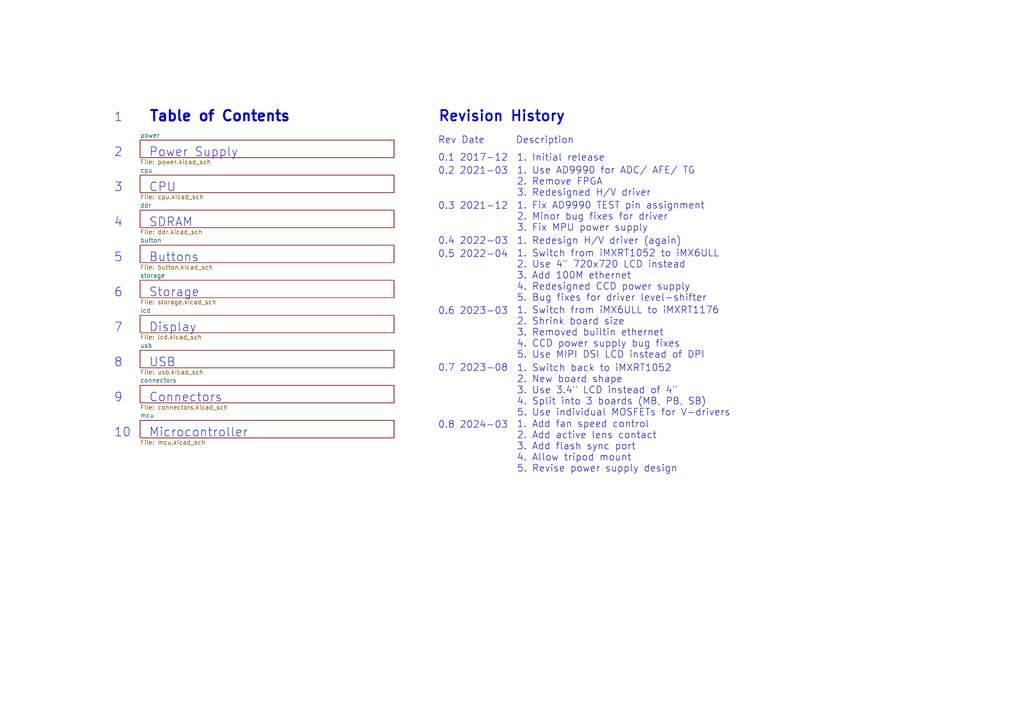
<source format=kicad_sch>
(kicad_sch
	(version 20231120)
	(generator "eeschema")
	(generator_version "8.0")
	(uuid "ba41827b-f176-424d-b6d5-0b0e1ddda097")
	(paper "A4")
	(title_block
		(title "Sitina 1 Mainboard")
		(date "2023-03-16")
		(rev "R0.6")
		(company "Copyright 2023 Wenting Zhang")
		(comment 2 "MERCHANTABILITY, SATISFACTORY QUALITY AND FITNESS FOR A PARTICULAR PURPOSE.")
		(comment 3 "This source is distributed WITHOUT ANY EXPRESS OR IMPLIED WARRANTY, INCLUDING OF")
		(comment 4 "This source describes Open Hardware and is licensed under the CERN-OHL-P v2.")
	)
	(lib_symbols)
	(text "9"
		(exclude_from_sim no)
		(at 33.02 116.84 0)
		(effects
			(font
				(size 2.54 2.54)
			)
			(justify left bottom)
		)
		(uuid "01310b87-63fd-4f89-87c6-a2e2a1b33cca")
	)
	(text "3"
		(exclude_from_sim no)
		(at 33.02 55.88 0)
		(effects
			(font
				(size 2.54 2.54)
			)
			(justify left bottom)
		)
		(uuid "08d5033f-4d30-4afb-b90b-84e65610bec5")
	)
	(text "Buttons"
		(exclude_from_sim no)
		(at 43.18 76.2 0)
		(effects
			(font
				(size 2.54 2.54)
			)
			(justify left bottom)
		)
		(uuid "0eb1c1c0-4518-4b4c-8736-5100855a9c52")
	)
	(text "CPU"
		(exclude_from_sim no)
		(at 43.18 55.88 0)
		(effects
			(font
				(size 2.54 2.54)
			)
			(justify left bottom)
		)
		(uuid "18a65a78-2495-4fe9-a2d0-6e02e65f36d8")
	)
	(text "0.8 2024-03"
		(exclude_from_sim no)
		(at 127 124.46 0)
		(effects
			(font
				(size 2 2)
			)
			(justify left bottom)
		)
		(uuid "1d14d575-2490-4217-8b41-aafa85e110fb")
	)
	(text "7"
		(exclude_from_sim no)
		(at 33.02 96.52 0)
		(effects
			(font
				(size 2.54 2.54)
			)
			(justify left bottom)
		)
		(uuid "1f13b7bb-c561-4590-b2d7-6456e47f3509")
	)
	(text "Power Supply"
		(exclude_from_sim no)
		(at 43.18 45.72 0)
		(effects
			(font
				(size 2.54 2.54)
			)
			(justify left bottom)
		)
		(uuid "1f40dc14-a320-4374-bb27-46d3f5c897ef")
	)
	(text "1. Use AD9990 for ADC/ AFE/ TG\n2. Remove FPGA\n3. Redesigned H/V driver"
		(exclude_from_sim no)
		(at 149.86 57.15 0)
		(effects
			(font
				(size 2 2)
			)
			(justify left bottom)
		)
		(uuid "25a1e88a-5155-4fa2-9fa5-7bb51198ac4e")
	)
	(text "Table of Contents"
		(exclude_from_sim no)
		(at 43.18 35.56 0)
		(effects
			(font
				(size 2.9972 2.9972)
				(thickness 0.5994)
				(bold yes)
			)
			(justify left bottom)
		)
		(uuid "381457cc-8e00-49b0-bed6-8c7335498798")
	)
	(text "USB"
		(exclude_from_sim no)
		(at 43.18 106.68 0)
		(effects
			(font
				(size 2.54 2.54)
			)
			(justify left bottom)
		)
		(uuid "3fe83452-8f35-4e46-8007-249a8eed789b")
	)
	(text "1. Add fan speed control\n2. Add active lens contact\n3. Add flash sync port\n4. Allow tripod mount\n5. Revise power supply design"
		(exclude_from_sim no)
		(at 149.86 137.16 0)
		(effects
			(font
				(size 2 2)
			)
			(justify left bottom)
		)
		(uuid "43da1f96-74a6-449f-86f0-8c0ecdb41bd1")
	)
	(text "1. Switch from iMX6ULL to iMXRT1176\n2. Shrink board size\n3. Removed builtin ethernet\n4. CCD power supply bug fixes\n5. Use MIPI DSI LCD instead of DPI"
		(exclude_from_sim no)
		(at 149.86 104.14 0)
		(effects
			(font
				(size 2 2)
			)
			(justify left bottom)
		)
		(uuid "49c72e7e-6eb6-44d3-b557-73616adf5625")
	)
	(text "0.4 2022-03"
		(exclude_from_sim no)
		(at 127 71.12 0)
		(effects
			(font
				(size 2 2)
			)
			(justify left bottom)
		)
		(uuid "505768e5-4faf-4c3a-ad60-084f21426a87")
	)
	(text "1. Switch back to iMXRT1052\n2. New board shape\n3. Use 3.4\" LCD instead of 4\"\n4. Split into 3 boards (MB, PB, SB)\n5. Use individual MOSFETs for V-drivers"
		(exclude_from_sim no)
		(at 149.86 120.904 0)
		(effects
			(font
				(size 2 2)
			)
			(justify left bottom)
		)
		(uuid "508f1f71-34ed-421f-b539-2f5e65eadedb")
	)
	(text "Microcontroller"
		(exclude_from_sim no)
		(at 43.18 127 0)
		(effects
			(font
				(size 2.54 2.54)
			)
			(justify left bottom)
		)
		(uuid "56924ae8-f64b-4768-a6b4-af0a7c1d3f33")
	)
	(text "1"
		(exclude_from_sim no)
		(at 33.02 35.56 0)
		(effects
			(font
				(size 2.54 2.54)
			)
			(justify left bottom)
		)
		(uuid "69967e43-1c12-4c14-9657-453ca7ddd2d1")
	)
	(text "Rev Date      Description "
		(exclude_from_sim no)
		(at 127 41.91 0)
		(effects
			(font
				(size 2 2)
			)
			(justify left bottom)
		)
		(uuid "77fd0bea-14ec-49a3-b22b-a475cbb74a31")
	)
	(text "0.7 2023-08"
		(exclude_from_sim no)
		(at 127 107.95 0)
		(effects
			(font
				(size 2 2)
			)
			(justify left bottom)
		)
		(uuid "844c6b63-e9d6-48fe-879c-a0eaac14627e")
	)
	(text "6"
		(exclude_from_sim no)
		(at 33.02 86.36 0)
		(effects
			(font
				(size 2.54 2.54)
			)
			(justify left bottom)
		)
		(uuid "8510375c-0e11-4bd6-a302-0354edb6fdeb")
	)
	(text "0.2 2021-03"
		(exclude_from_sim no)
		(at 127 50.8 0)
		(effects
			(font
				(size 2 2)
			)
			(justify left bottom)
		)
		(uuid "98f671a2-e5a6-4f41-91bc-4c3984ff9d50")
	)
	(text "Display"
		(exclude_from_sim no)
		(at 43.18 96.52 0)
		(effects
			(font
				(size 2.54 2.54)
			)
			(justify left bottom)
		)
		(uuid "9a1c8ec0-d8e8-48f7-9b9a-73d36cfb311f")
	)
	(text "0.6 2023-03"
		(exclude_from_sim no)
		(at 127 91.44 0)
		(effects
			(font
				(size 2 2)
			)
			(justify left bottom)
		)
		(uuid "9ca56caf-cb53-4240-b60e-972458dbbc8f")
	)
	(text "Storage"
		(exclude_from_sim no)
		(at 43.18 86.36 0)
		(effects
			(font
				(size 2.54 2.54)
			)
			(justify left bottom)
		)
		(uuid "a3cd50d7-b18b-44e0-b0cf-aefcb89c6445")
	)
	(text "2"
		(exclude_from_sim no)
		(at 33.02 45.72 0)
		(effects
			(font
				(size 2.54 2.54)
			)
			(justify left bottom)
		)
		(uuid "ae9d795a-cb82-40f8-9c6a-32629c17c33b")
	)
	(text "1. Fix AD9990 TEST pin assignment\n2. Minor bug fixes for driver\n3. Fix MPU power supply"
		(exclude_from_sim no)
		(at 149.86 67.31 0)
		(effects
			(font
				(size 2 2)
			)
			(justify left bottom)
		)
		(uuid "b0abae04-ff24-40c6-981d-694e7627d4fa")
	)
	(text "0.5 2022-04"
		(exclude_from_sim no)
		(at 127 74.93 0)
		(effects
			(font
				(size 2 2)
			)
			(justify left bottom)
		)
		(uuid "bdc0dd10-84f5-438d-8d2b-c100a965af49")
	)
	(text "5"
		(exclude_from_sim no)
		(at 33.02 76.2 0)
		(effects
			(font
				(size 2.54 2.54)
			)
			(justify left bottom)
		)
		(uuid "c2610333-5f8e-4ac0-98af-8c4fba9f3260")
	)
	(text "8"
		(exclude_from_sim no)
		(at 33.02 106.68 0)
		(effects
			(font
				(size 2.54 2.54)
			)
			(justify left bottom)
		)
		(uuid "c527fb06-e48a-4daa-a001-77304521682e")
	)
	(text "4"
		(exclude_from_sim no)
		(at 33.02 66.04 0)
		(effects
			(font
				(size 2.54 2.54)
			)
			(justify left bottom)
		)
		(uuid "c8fe0719-177a-4751-bbb9-2c65b075ea36")
	)
	(text "1. Redesign H/V driver (again)"
		(exclude_from_sim no)
		(at 149.86 71.12 0)
		(effects
			(font
				(size 2 2)
			)
			(justify left bottom)
		)
		(uuid "d18af7c1-3bb0-4251-b51d-46399d12b5e5")
	)
	(text "SDRAM"
		(exclude_from_sim no)
		(at 43.18 66.04 0)
		(effects
			(font
				(size 2.54 2.54)
			)
			(justify left bottom)
		)
		(uuid "d1c12207-b858-4dbf-9fcc-3c8778aeac35")
	)
	(text "Revision History"
		(exclude_from_sim no)
		(at 127 35.56 0)
		(effects
			(font
				(size 2.9972 2.9972)
				(thickness 0.508)
				(bold yes)
			)
			(justify left bottom)
		)
		(uuid "d7e9a161-19c2-47a2-90ea-16aaa3a46b62")
	)
	(text "10"
		(exclude_from_sim no)
		(at 33.02 127 0)
		(effects
			(font
				(size 2.54 2.54)
			)
			(justify left bottom)
		)
		(uuid "db502d30-44f7-4a74-b829-9b6137b20bee")
	)
	(text "1. Switch from iMXRT1052 to iMX6ULL\n2. Use 4\" 720x720 LCD instead\n3. Add 100M ethernet\n4. Redesigned CCD power supply\n5. Bug fixes for driver level-shifter"
		(exclude_from_sim no)
		(at 149.86 87.63 0)
		(effects
			(font
				(size 2 2)
			)
			(justify left bottom)
		)
		(uuid "e82a3702-3cb8-4849-ad3d-cbd8d5aef326")
	)
	(text "0.1 2017-12"
		(exclude_from_sim no)
		(at 127 46.99 0)
		(effects
			(font
				(size 2 2)
			)
			(justify left bottom)
		)
		(uuid "f1e31366-0aac-4db6-a867-7ca56031f2e0")
	)
	(text "1. Initial release"
		(exclude_from_sim no)
		(at 149.86 46.99 0)
		(effects
			(font
				(size 2 2)
			)
			(justify left bottom)
		)
		(uuid "f3851be8-a7b2-4b01-ae8e-7a9c7a1e6f91")
	)
	(text "Connectors"
		(exclude_from_sim no)
		(at 43.18 116.84 0)
		(effects
			(font
				(size 2.54 2.54)
			)
			(justify left bottom)
		)
		(uuid "f68f85ce-7e21-4644-97b5-745cbdcc5c1c")
	)
	(text "0.3 2021-12"
		(exclude_from_sim no)
		(at 127 60.96 0)
		(effects
			(font
				(size 2 2)
			)
			(justify left bottom)
		)
		(uuid "fba5446f-0d2c-4c28-ae6d-1ca8b16dbe96")
	)
	(sheet
		(at 40.64 50.8)
		(size 73.66 5.08)
		(stroke
			(width 0)
			(type solid)
		)
		(fill
			(color 0 0 0 0.0000)
		)
		(uuid "00000000-0000-0000-0000-00005d180a01")
		(property "Sheetname" "cpu"
			(at 40.64 50.1645 0)
			(effects
				(font
					(size 1.27 1.27)
				)
				(justify left bottom)
			)
		)
		(property "Sheetfile" "cpu.kicad_sch"
			(at 40.64 56.3885 0)
			(effects
				(font
					(size 1.27 1.27)
				)
				(justify left top)
			)
		)
		(instances
			(project "pcb"
				(path "/ba41827b-f176-424d-b6d5-0b0e1ddda097"
					(page "3")
				)
			)
		)
	)
	(sheet
		(at 40.64 101.6)
		(size 73.66 5.08)
		(stroke
			(width 0)
			(type solid)
		)
		(fill
			(color 0 0 0 0.0000)
		)
		(uuid "00000000-0000-0000-0000-00005d1a413b")
		(property "Sheetname" "usb"
			(at 40.64 100.9645 0)
			(effects
				(font
					(size 1.27 1.27)
				)
				(justify left bottom)
			)
		)
		(property "Sheetfile" "usb.kicad_sch"
			(at 40.64 107.1885 0)
			(effects
				(font
					(size 1.27 1.27)
				)
				(justify left top)
			)
		)
		(instances
			(project "pcb"
				(path "/ba41827b-f176-424d-b6d5-0b0e1ddda097"
					(page "8")
				)
			)
		)
	)
	(sheet
		(at 40.64 40.64)
		(size 73.66 5.08)
		(stroke
			(width 0)
			(type solid)
		)
		(fill
			(color 0 0 0 0.0000)
		)
		(uuid "00000000-0000-0000-0000-00005d4c99f9")
		(property "Sheetname" "power"
			(at 40.64 40.0045 0)
			(effects
				(font
					(size 1.27 1.27)
				)
				(justify left bottom)
			)
		)
		(property "Sheetfile" "power.kicad_sch"
			(at 40.64 46.2285 0)
			(effects
				(font
					(size 1.27 1.27)
				)
				(justify left top)
			)
		)
		(instances
			(project "pcb"
				(path "/ba41827b-f176-424d-b6d5-0b0e1ddda097"
					(page "2")
				)
			)
		)
	)
	(sheet
		(at 40.64 81.28)
		(size 73.66 5.08)
		(stroke
			(width 0)
			(type solid)
		)
		(fill
			(color 0 0 0 0.0000)
		)
		(uuid "00000000-0000-0000-0000-00005db2122b")
		(property "Sheetname" "storage"
			(at 40.64 80.6445 0)
			(effects
				(font
					(size 1.27 1.27)
				)
				(justify left bottom)
			)
		)
		(property "Sheetfile" "storage.kicad_sch"
			(at 40.64 86.8685 0)
			(effects
				(font
					(size 1.27 1.27)
				)
				(justify left top)
			)
		)
		(instances
			(project "pcb"
				(path "/ba41827b-f176-424d-b6d5-0b0e1ddda097"
					(page "6")
				)
			)
		)
	)
	(sheet
		(at 40.64 91.44)
		(size 73.66 5.08)
		(stroke
			(width 0)
			(type solid)
		)
		(fill
			(color 0 0 0 0.0000)
		)
		(uuid "00000000-0000-0000-0000-00005db51f59")
		(property "Sheetname" "lcd"
			(at 40.64 90.8045 0)
			(effects
				(font
					(size 1.27 1.27)
				)
				(justify left bottom)
			)
		)
		(property "Sheetfile" "lcd.kicad_sch"
			(at 40.64 97.0285 0)
			(effects
				(font
					(size 1.27 1.27)
				)
				(justify left top)
			)
		)
		(instances
			(project "pcb"
				(path "/ba41827b-f176-424d-b6d5-0b0e1ddda097"
					(page "7")
				)
			)
		)
	)
	(sheet
		(at 40.64 60.96)
		(size 73.66 5.08)
		(stroke
			(width 0)
			(type solid)
		)
		(fill
			(color 0 0 0 0.0000)
		)
		(uuid "00000000-0000-0000-0000-00005eff0efc")
		(property "Sheetname" "ddr"
			(at 40.64 60.3245 0)
			(effects
				(font
					(size 1.27 1.27)
				)
				(justify left bottom)
			)
		)
		(property "Sheetfile" "ddr.kicad_sch"
			(at 40.64 66.5485 0)
			(effects
				(font
					(size 1.27 1.27)
				)
				(justify left top)
			)
		)
		(instances
			(project "pcb"
				(path "/ba41827b-f176-424d-b6d5-0b0e1ddda097"
					(page "4")
				)
			)
		)
	)
	(sheet
		(at 40.64 111.76)
		(size 73.66 5.08)
		(fields_autoplaced yes)
		(stroke
			(width 0.1524)
			(type solid)
		)
		(fill
			(color 0 0 0 0.0000)
		)
		(uuid "276f6775-fa51-456c-9efd-4a3857d51911")
		(property "Sheetname" "connectors"
			(at 40.64 111.0484 0)
			(effects
				(font
					(size 1.27 1.27)
				)
				(justify left bottom)
			)
		)
		(property "Sheetfile" "connectors.kicad_sch"
			(at 40.64 117.4246 0)
			(effects
				(font
					(size 1.27 1.27)
				)
				(justify left top)
			)
		)
		(instances
			(project "pcb"
				(path "/ba41827b-f176-424d-b6d5-0b0e1ddda097"
					(page "9")
				)
			)
		)
	)
	(sheet
		(at 40.64 71.12)
		(size 73.66 5.08)
		(fields_autoplaced yes)
		(stroke
			(width 0.1524)
			(type solid)
		)
		(fill
			(color 0 0 0 0.0000)
		)
		(uuid "6467a980-c5f4-47d1-a664-5a6e7a959891")
		(property "Sheetname" "button"
			(at 40.64 70.4084 0)
			(effects
				(font
					(size 1.27 1.27)
				)
				(justify left bottom)
			)
		)
		(property "Sheetfile" "button.kicad_sch"
			(at 40.64 76.7846 0)
			(effects
				(font
					(size 1.27 1.27)
				)
				(justify left top)
			)
		)
		(instances
			(project "pcb"
				(path "/ba41827b-f176-424d-b6d5-0b0e1ddda097"
					(page "5")
				)
			)
		)
	)
	(sheet
		(at 40.64 121.92)
		(size 73.66 5.08)
		(fields_autoplaced yes)
		(stroke
			(width 0.1524)
			(type solid)
		)
		(fill
			(color 0 0 0 0.0000)
		)
		(uuid "b61872a6-746d-4ff9-af68-9ad658cb2408")
		(property "Sheetname" "mcu"
			(at 40.64 121.2084 0)
			(effects
				(font
					(size 1.27 1.27)
				)
				(justify left bottom)
			)
		)
		(property "Sheetfile" "mcu.kicad_sch"
			(at 40.64 127.5846 0)
			(effects
				(font
					(size 1.27 1.27)
				)
				(justify left top)
			)
		)
		(instances
			(project "pcb"
				(path "/ba41827b-f176-424d-b6d5-0b0e1ddda097"
					(page "11")
				)
			)
		)
	)
	(sheet_instances
		(path "/"
			(page "1")
		)
	)
)
</source>
